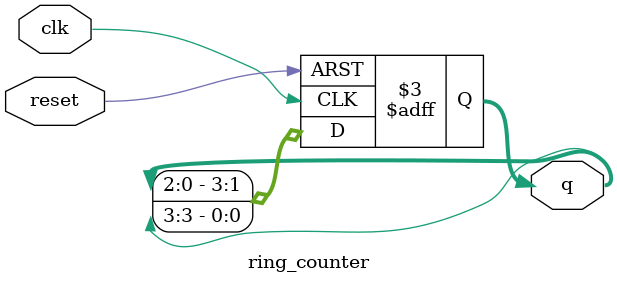
<source format=v>
`timescale 1ns / 1ps
module ring_counter(q, clk, reset);
    output reg [3:0] q;
    input wire clk;
    input wire reset;
	 initial q = 4'b0001;
    always @(posedge clk or posedge reset) begin
        if (reset)
            q <= 4'b0001;
        else
            q <= {q[2:0], q[3]}; 
    end
endmodule

</source>
